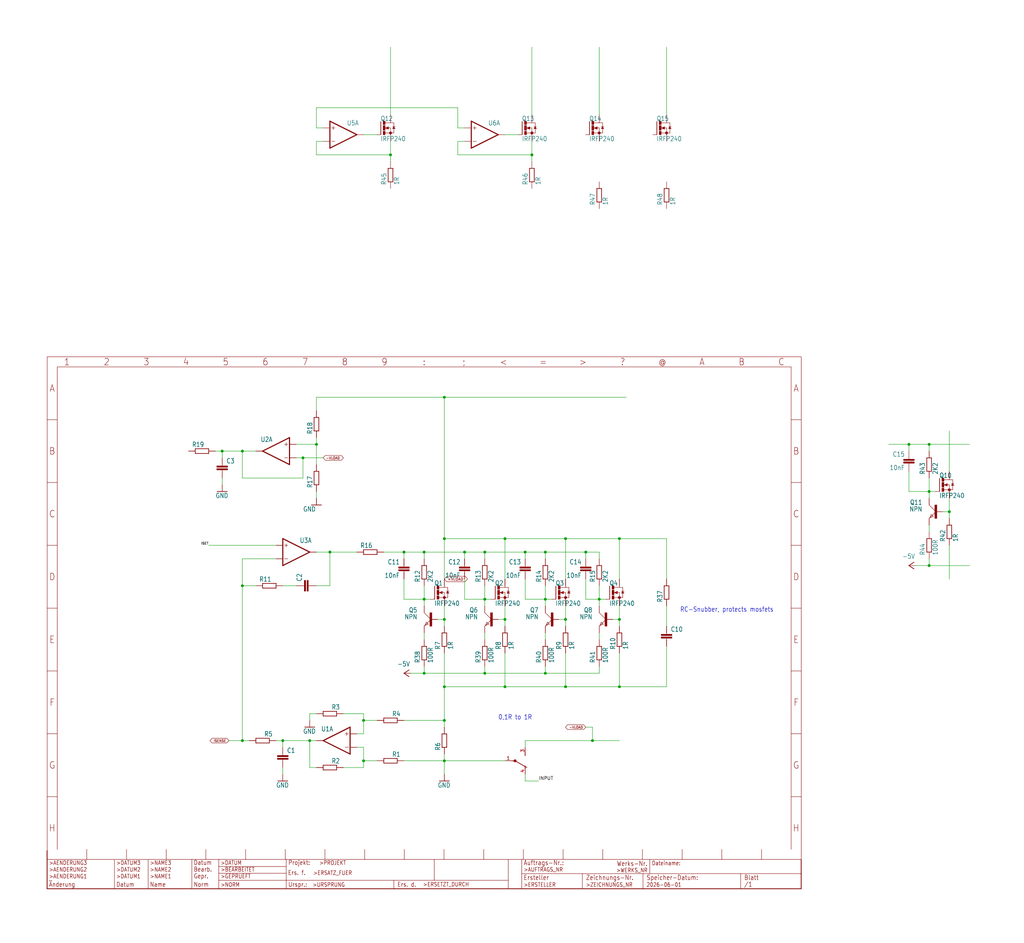
<source format=kicad_sch>
(kicad_sch (version 20230121) (generator eeschema)
  (paper "User" 386.309 355.829)
  (lib_symbols
    (symbol "DC Electronic Load-eagle-import:-5V" (power)
      (property "Value" "-5V" (at -2.54 -2.54 90))
      (symbol "-5V_1_0"
        (pin power_in line (at 0 2.54 270) (length 2.54) (name "-5V") (number "1"))
      )
    )
    (symbol "DC Electronic Load-eagle-import:AD8628"
      (property "Reference" "U" (at 1.27 0 0))
      (symbol "AD8628_1_0"
        (pin bidirectional line (at -7.62 -2.54 0) (length 2.54) (name "IN-") (number "2"))
        (pin bidirectional line (at -7.62 2.54 0) (length 2.54) (name "IN+") (number "3"))
        (pin bidirectional line (at 7.62 0 180) (length 2.54) (name "OUT") (number "6"))
      )
      (symbol "AD8628_2_0"
        (text "V+" (at 0 1.524 0) (effects (font (size 1.27 1.0795))))
        (text "V-" (at 0 -1.524 0) (effects (font (size 1.27 1.0795))))
        (pin bidirectional line (at 0 -5.08 90) (length 2.54) (name "V-") (number "4"))
        (pin bidirectional line (at 0 5.08 270) (length 2.54) (name "V+") (number "7"))
      )
    )
    (symbol "DC Electronic Load-eagle-import:AZ8-FORM-C"
      (symbol "AZ8-FORM-C_1_0"
        (pin passive line (at 0 5.08 270) (length 2.54) (name "1") (number "2"))
        (pin passive line (at 0 -5.08 90) (length 2.54) (name "2") (number "5"))
      )
      (symbol "AZ8-FORM-C_2_0"
        (pin passive line (at 0 -2.54 90) (length 2.54) (name "P") (number "1"))
        (pin passive line (at -5.08 5.08 0) (length 2.54) (name "S") (number "3"))
        (pin passive line (at 5.08 5.08 180) (length 2.54) (name "O") (number "4"))
      )
    )
    (symbol "DC Electronic Load-eagle-import:C-EUC1206"
      (property "Reference" "C" (at 1.524 0.381 0))
      (symbol "C-EUC1206_1_0"
        (pin passive line (at 0 2.54 270) (length 2.54) (name "1") (number "1"))
        (pin passive line (at 0 -5.08 90) (length 2.54) (name "2") (number "2"))
      )
    )
    (symbol "DC Electronic Load-eagle-import:GND" (power)
      (property "Value" "GND" (at -2.54 -2.54 0))
      (symbol "GND_1_0"
        (pin power_in line (at 0 2.54 270) (length 2.54) (name "GND") (number "1"))
      )
    )
    (symbol "DC Electronic Load-eagle-import:IRFP240"
      (property "Reference" "Q" (at 6.35 2.54 0))
      (symbol "IRFP240_1_0"
        (pin passive line (at 2.54 5.08 270) (length 2.54) (name "D") (number "D"))
        (pin passive line (at -2.54 -2.54 0) (length 0) (name "G") (number "G"))
        (pin passive line (at 2.54 -5.08 90) (length 2.54) (name "S") (number "S"))
      )
    )
    (symbol "DC Electronic Load-eagle-import:NPN"
      (property "Reference" "Q" (at 5.08 2.54 0))
      (symbol "NPN_1_0"
        (pin bidirectional line (at -2.54 0 0) (length 2.54) (name "B") (number "1"))
        (pin passive line (at 2.54 -5.08 90) (length 2.54) (name "E") (number "2"))
        (pin passive line (at 2.54 5.08 270) (length 2.54) (name "C") (number "3"))
      )
    )
    (symbol "DC Electronic Load-eagle-import:R-EU_R1206"
      (property "Reference" "R" (at -3.81 1.4986 0))
      (symbol "R-EU_R1206_1_0"
        (pin passive line (at -5.08 0 0) (length 2.54) (name "1") (number "1"))
        (pin passive line (at 5.08 0 180) (length 2.54) (name "2") (number "2"))
      )
    )
    (symbol "DC Electronic Load-eagle-import:RAHMEN_A4_8Z-19S"
      (symbol "RAHMEN_A4_8Z-19S_1_0"
        (text "${#}/${##}" (at 262.89 0.635 0) (effects (font (size 1.778 1.5113)) (justify left bottom)))
        (text "${CURRENT_DATE}" (at 226.06 0.635 0) (effects (font (size 1.524 1.2954)) (justify left bottom)))
        (text "${PROJECTNAME}" (at 228.092 6.35 0) (effects (font (size 1.524 1.2954)) (justify left bottom)))
        (text "1" (at 7.4863 198.755 0) (effects (font (size 2.54 2.286))))
        (text "2" (at 22.4589 198.755 0) (effects (font (size 2.54 2.286))))
        (text "3" (at 37.4316 198.755 0) (effects (font (size 2.54 2.286))))
        (text "4" (at 52.4042 198.755 0) (effects (font (size 2.54 2.286))))
        (text "5" (at 67.3768 198.755 0) (effects (font (size 2.54 2.286))))
        (text "6" (at 82.3495 198.755 0) (effects (font (size 2.54 2.286))))
        (text "7" (at 97.3221 198.755 0) (effects (font (size 2.54 2.286))))
        (text "8" (at 112.2947 198.755 0) (effects (font (size 2.54 2.286))))
        (text "9" (at 127.2674 198.755 0) (effects (font (size 2.54 2.286))))
        (text ":" (at 142.24 198.755 0) (effects (font (size 2.54 2.286))))
        (text ";" (at 157.2126 198.755 0) (effects (font (size 2.54 2.286))))
        (text "<" (at 172.1853 198.755 0) (effects (font (size 2.54 2.286))))
        (text "=" (at 187.1579 198.755 0) (effects (font (size 2.54 2.286))))
        (text ">" (at 202.1305 198.755 0) (effects (font (size 2.54 2.286))))
        (text ">AENDERUNG1" (at 0.635 3.81 0) (effects (font (size 1.524 1.2954)) (justify left bottom)))
        (text ">AENDERUNG2" (at 0.635 6.35 0) (effects (font (size 1.524 1.2954)) (justify left bottom)))
        (text ">AENDERUNG3" (at 0.635 8.89 0) (effects (font (size 1.524 1.2954)) (justify left bottom)))
        (text ">AUFTRAGS_NR" (at 179.705 6.35 0) (effects (font (size 1.524 1.2954)) (justify left bottom)))
        (text ">BEARBEITET" (at 65.405 6.35 0) (effects (font (size 1.524 1.2954)) (justify left bottom)))
        (text ">DATUM" (at 65.405 8.89 0) (effects (font (size 1.524 1.2954)) (justify left bottom)))
        (text ">DATUM1" (at 26.035 3.81 0) (effects (font (size 1.524 1.2954)) (justify left bottom)))
        (text ">DATUM2" (at 26.035 6.35 0) (effects (font (size 1.524 1.2954)) (justify left bottom)))
        (text ">DATUM3" (at 26.035 8.89 0) (effects (font (size 1.524 1.2954)) (justify left bottom)))
        (text ">ERSATZ_FUER" (at 100.33 5.08 0) (effects (font (size 1.524 1.2954)) (justify left bottom)))
        (text ">ERSETZT_DURCH" (at 141.732 0.762 0) (effects (font (size 1.524 1.2954)) (justify left bottom)))
        (text ">ERSTELLER" (at 179.705 0.635 0) (effects (font (size 1.524 1.2954)) (justify left bottom)))
        (text ">GEPRUEFT" (at 65.405 3.81 0) (effects (font (size 1.524 1.2954)) (justify left bottom)))
        (text ">NAME1" (at 38.735 3.81 0) (effects (font (size 1.524 1.2954)) (justify left bottom)))
        (text ">NAME2" (at 38.735 6.35 0) (effects (font (size 1.524 1.2954)) (justify left bottom)))
        (text ">NAME3" (at 38.735 8.89 0) (effects (font (size 1.524 1.2954)) (justify left bottom)))
        (text ">NORM" (at 65.405 0.635 0) (effects (font (size 1.524 1.2954)) (justify left bottom)))
        (text ">PROJEKT" (at 102.616 8.89 0) (effects (font (size 1.524 1.2954)) (justify left bottom)))
        (text ">URSPRUNG" (at 100.076 0.635 0) (effects (font (size 1.524 1.2954)) (justify left bottom)))
        (text ">WERKS_NR" (at 226.568 7.874 0) (effects (font (size 1.524 1.2954)) (justify right top)))
        (text ">ZEICHNUNGS_NR" (at 203.2 0.635 0) (effects (font (size 1.524 1.2954)) (justify left bottom)))
        (text "?" (at 217.1032 198.755 0) (effects (font (size 2.54 2.286))))
        (text "@" (at 232.0758 198.755 0) (effects (font (size 2.54 2.286))))
        (text "A" (at 1.905 188.8093 0) (effects (font (size 2.54 2.286))))
        (text "A" (at 247.0484 198.755 0) (effects (font (size 2.54 2.286))))
        (text "A" (at 282.575 188.8093 0) (effects (font (size 2.54 2.286))))
        (text "Auftrags-Nr.:" (at 179.705 8.763 0) (effects (font (size 1.778 1.5113)) (justify left bottom)))
        (text "B" (at 1.905 165.1079 0) (effects (font (size 2.54 2.286))))
        (text "B" (at 262.0211 198.755 0) (effects (font (size 2.54 2.286))))
        (text "B" (at 282.575 165.1079 0) (effects (font (size 2.54 2.286))))
        (text "Bearb." (at 55.245 6.35 0) (effects (font (size 1.6764 1.4249)) (justify left bottom)))
        (text "Blatt" (at 262.89 3.175 0) (effects (font (size 1.778 1.5113)) (justify left bottom)))
        (text "C" (at 1.905 141.4066 0) (effects (font (size 2.54 2.286))))
        (text "C" (at 276.9937 198.755 0) (effects (font (size 2.54 2.286))))
        (text "C" (at 282.575 141.4066 0) (effects (font (size 2.54 2.286))))
        (text "D" (at 1.905 117.7052 0) (effects (font (size 2.54 2.286))))
        (text "D" (at 282.575 117.7052 0) (effects (font (size 2.54 2.286))))
        (text "Dateiname:" (at 228.092 8.763 0) (effects (font (size 1.524 1.2954)) (justify left bottom)))
        (text "Datum" (at 26.035 0.635 0) (effects (font (size 1.6764 1.4249)) (justify left bottom)))
        (text "Datum" (at 55.245 8.89 0) (effects (font (size 1.6764 1.4249)) (justify left bottom)))
        (text "E" (at 1.905 94.0038 0) (effects (font (size 2.54 2.286))))
        (text "E" (at 282.575 94.0038 0) (effects (font (size 2.54 2.286))))
        (text "Ers. d." (at 132.08 0.635 0) (effects (font (size 1.6764 1.4249)) (justify left bottom)))
        (text "Ers. f." (at 90.805 5.08 0) (effects (font (size 1.6764 1.4249)) (justify left bottom)))
        (text "Ersteller" (at 179.705 3.175 0) (effects (font (size 1.778 1.5113)) (justify left bottom)))
        (text "F" (at 1.905 70.3024 0) (effects (font (size 2.54 2.286))))
        (text "F" (at 282.575 70.3024 0) (effects (font (size 2.54 2.286))))
        (text "G" (at 1.905 46.6011 0) (effects (font (size 2.54 2.286))))
        (text "G" (at 282.575 46.6011 0) (effects (font (size 2.54 2.286))))
        (text "Gepr." (at 55.245 3.81 0) (effects (font (size 1.6764 1.4249)) (justify left bottom)))
        (text "H" (at 1.905 22.8997 0) (effects (font (size 2.54 2.286))))
        (text "H" (at 282.575 22.8997 0) (effects (font (size 2.54 2.286))))
        (text "Name" (at 38.735 0.635 0) (effects (font (size 1.6764 1.4249)) (justify left bottom)))
        (text "Norm" (at 55.245 0.635 0) (effects (font (size 1.6764 1.4249)) (justify left bottom)))
        (text "Projekt:" (at 90.932 8.89 0) (effects (font (size 1.6764 1.4249)) (justify left bottom)))
        (text "Speicher-Datum:" (at 226.06 3.175 0) (effects (font (size 1.778 1.5113)) (justify left bottom)))
        (text "Urspr.:" (at 90.932 0.635 0) (effects (font (size 1.6764 1.4249)) (justify left bottom)))
        (text "Werks-Nr." (at 226.568 10.541 0) (effects (font (size 1.778 1.5113)) (justify right top)))
        (text "Zeichnungs-Nr." (at 203.2 3.175 0) (effects (font (size 1.778 1.5113)) (justify left bottom)))
        (text "Änderung" (at 0.635 0.635 0) (effects (font (size 1.6764 1.4249)) (justify left bottom)))
      )
    )
    (symbol "DC Electronic Load-eagle-import:resistor_R-EU_VTA53"
      (property "Reference" "R" (at -3.81 1.4986 0))
      (symbol "resistor_R-EU_VTA53_1_0"
        (pin passive line (at -5.08 0 0) (length 2.54) (name "1") (number "1"))
        (pin passive line (at 5.08 0 180) (length 2.54) (name "2") (number "2"))
      )
    )
  )
  (junction (at 137.16 271.78))
  (junction (at 91.44 279.4))
  (junction (at 213.36 203.2))
  (junction (at 350.52 185.42))
  (junction (at 91.44 170.18))
  (junction (at 116.84 279.4))
  (junction (at 358.14 193.04))
  (junction (at 167.64 271.78))
  (junction (at 106.68 279.4))
  (junction (at 190.5 203.2))
  (junction (at 91.44 220.98))
  (junction (at 350.52 213.36))
  (junction (at 223.52 279.4))
  (junction (at 160.02 226.06))
  (junction (at 83.82 170.18))
  (junction (at 119.38 167.64))
  (junction (at 167.64 259.08))
  (junction (at 190.5 233.68))
  (junction (at 205.74 226.06))
  (junction (at 147.32 58.42))
  (junction (at 182.88 208.28))
  (junction (at 190.5 259.08))
  (junction (at 342.9 167.64))
  (junction (at 205.74 208.28))
  (junction (at 233.68 259.08))
  (junction (at 175.26 208.28))
  (junction (at 213.36 259.08))
  (junction (at 200.66 58.42))
  (junction (at 213.36 233.68))
  (junction (at 160.02 254))
  (junction (at 350.52 167.64))
  (junction (at 152.4 208.28))
  (junction (at 182.88 254))
  (junction (at 182.88 226.06))
  (junction (at 205.74 254))
  (junction (at 167.64 149.86))
  (junction (at 233.68 233.68))
  (junction (at 137.16 287.02))
  (junction (at 114.3 172.72))
  (junction (at 167.64 203.2))
  (junction (at 124.46 208.28))
  (junction (at 233.68 203.2))
  (junction (at 160.02 208.28))
  (junction (at 220.98 208.28))
  (junction (at 198.12 208.28))
  (junction (at 167.64 233.68))
  (junction (at 167.64 287.02))
  (junction (at 226.06 226.06))
  (wire (pts (xy 114.3 172.72) (xy 114.3 180.34)) (stroke (width 0.1524)))
  (wire (pts (xy 190.5 203.2) (xy 213.36 203.2)) (stroke (width 0.1524)))
  (wire (pts (xy 167.64 259.08) (xy 167.64 271.78)) (stroke (width 0.1524)))
  (wire (pts (xy 119.38 40.64) (xy 172.72 40.64)) (stroke (width 0.1524)))
  (wire (pts (xy 190.5 259.08) (xy 190.5 246.38)) (stroke (width 0.1524)))
  (wire (pts (xy 226.06 43.18) (xy 226.06 17.78)) (stroke (width 0.1524)))
  (wire (pts (xy 205.74 228.6) (xy 205.74 226.06)) (stroke (width 0.1524)))
  (wire (pts (xy 190.5 287.02) (xy 167.64 287.02)) (stroke (width 0.1524)))
  (wire (pts (xy 137.16 50.8) (xy 142.24 50.8)) (stroke (width 0.1524)))
  (wire (pts (xy 350.52 213.36) (xy 365.76 213.36)) (stroke (width 0.1524)))
  (wire (pts (xy 119.38 58.42) (xy 147.32 58.42)) (stroke (width 0.1524)))
  (wire (pts (xy 358.14 177.8) (xy 358.14 162.56)) (stroke (width 0.1524)))
  (wire (pts (xy 251.46 43.18) (xy 251.46 17.78)) (stroke (width 0.1524)))
  (wire (pts (xy 231.14 233.68) (xy 233.68 233.68)) (stroke (width 0.1524)))
  (wire (pts (xy 190.5 203.2) (xy 190.5 218.44)) (stroke (width 0.1524)))
  (wire (pts (xy 167.64 203.2) (xy 167.64 149.86)) (stroke (width 0.1524)))
  (wire (pts (xy 233.68 259.08) (xy 233.68 246.38)) (stroke (width 0.1524)))
  (wire (pts (xy 160.02 226.06) (xy 162.56 226.06)) (stroke (width 0.1524)))
  (wire (pts (xy 172.72 53.34) (xy 172.72 58.42)) (stroke (width 0.1524)))
  (wire (pts (xy 251.46 243.84) (xy 251.46 259.08)) (stroke (width 0.1524)))
  (wire (pts (xy 137.16 271.78) (xy 137.16 276.86)) (stroke (width 0.1524)))
  (wire (pts (xy 233.68 203.2) (xy 251.46 203.2)) (stroke (width 0.1524)))
  (wire (pts (xy 175.26 208.28) (xy 175.26 210.82)) (stroke (width 0.1524)))
  (wire (pts (xy 154.94 254) (xy 160.02 254)) (stroke (width 0.1524)))
  (wire (pts (xy 167.64 149.86) (xy 236.22 149.86)) (stroke (width 0.1524)))
  (wire (pts (xy 220.98 208.28) (xy 226.06 208.28)) (stroke (width 0.1524)))
  (wire (pts (xy 119.38 149.86) (xy 119.38 154.94)) (stroke (width 0.1524)))
  (wire (pts (xy 350.52 170.18) (xy 350.52 167.64)) (stroke (width 0.1524)))
  (wire (pts (xy 144.78 208.28) (xy 152.4 208.28)) (stroke (width 0.1524)))
  (wire (pts (xy 350.52 167.64) (xy 365.76 167.64)) (stroke (width 0.1524)))
  (wire (pts (xy 160.02 254) (xy 182.88 254)) (stroke (width 0.1524)))
  (wire (pts (xy 251.46 203.2) (xy 251.46 218.44)) (stroke (width 0.1524)))
  (wire (pts (xy 160.02 241.3) (xy 160.02 238.76)) (stroke (width 0.1524)))
  (wire (pts (xy 350.52 180.34) (xy 350.52 185.42)) (stroke (width 0.1524)))
  (wire (pts (xy 137.16 287.02) (xy 137.16 281.94)) (stroke (width 0.1524)))
  (wire (pts (xy 124.46 208.28) (xy 119.38 208.28)) (stroke (width 0.1524)))
  (wire (pts (xy 205.74 241.3) (xy 205.74 238.76)) (stroke (width 0.1524)))
  (wire (pts (xy 345.44 213.36) (xy 350.52 213.36)) (stroke (width 0.1524)))
  (wire (pts (xy 119.38 53.34) (xy 119.38 58.42)) (stroke (width 0.1524)))
  (wire (pts (xy 167.64 287.02) (xy 152.4 287.02)) (stroke (width 0.1524)))
  (wire (pts (xy 116.84 271.78) (xy 116.84 269.24)) (stroke (width 0.1524)))
  (wire (pts (xy 182.88 228.6) (xy 182.88 226.06)) (stroke (width 0.1524)))
  (wire (pts (xy 147.32 60.96) (xy 147.32 58.42)) (stroke (width 0.1524)))
  (wire (pts (xy 121.92 53.34) (xy 119.38 53.34)) (stroke (width 0.1524)))
  (wire (pts (xy 142.24 287.02) (xy 137.16 287.02)) (stroke (width 0.1524)))
  (wire (pts (xy 198.12 210.82) (xy 198.12 208.28)) (stroke (width 0.1524)))
  (wire (pts (xy 167.64 233.68) (xy 167.64 228.6)) (stroke (width 0.1524)))
  (wire (pts (xy 129.54 269.24) (xy 137.16 269.24)) (stroke (width 0.1524)))
  (wire (pts (xy 190.5 236.22) (xy 190.5 233.68)) (stroke (width 0.1524)))
  (wire (pts (xy 152.4 208.28) (xy 160.02 208.28)) (stroke (width 0.1524)))
  (wire (pts (xy 175.26 53.34) (xy 172.72 53.34)) (stroke (width 0.1524)))
  (wire (pts (xy 167.64 284.48) (xy 167.64 287.02)) (stroke (width 0.1524)))
  (wire (pts (xy 119.38 220.98) (xy 124.46 220.98)) (stroke (width 0.1524)))
  (wire (pts (xy 167.64 203.2) (xy 190.5 203.2)) (stroke (width 0.1524)))
  (wire (pts (xy 129.54 289.56) (xy 137.16 289.56)) (stroke (width 0.1524)))
  (wire (pts (xy 167.64 271.78) (xy 152.4 271.78)) (stroke (width 0.1524)))
  (wire (pts (xy 226.06 228.6) (xy 226.06 226.06)) (stroke (width 0.1524)))
  (wire (pts (xy 152.4 226.06) (xy 160.02 226.06)) (stroke (width 0.1524)))
  (wire (pts (xy 152.4 218.44) (xy 152.4 226.06)) (stroke (width 0.1524)))
  (wire (pts (xy 91.44 180.34) (xy 114.3 180.34)) (stroke (width 0.1524)))
  (wire (pts (xy 358.14 195.58) (xy 358.14 193.04)) (stroke (width 0.1524)))
  (wire (pts (xy 213.36 203.2) (xy 233.68 203.2)) (stroke (width 0.1524)))
  (wire (pts (xy 205.74 254) (xy 226.06 254)) (stroke (width 0.1524)))
  (wire (pts (xy 106.68 279.4) (xy 116.84 279.4)) (stroke (width 0.1524)))
  (wire (pts (xy 190.5 259.08) (xy 167.64 259.08)) (stroke (width 0.1524)))
  (wire (pts (xy 182.88 254) (xy 205.74 254)) (stroke (width 0.1524)))
  (wire (pts (xy 342.9 167.64) (xy 350.52 167.64)) (stroke (width 0.1524)))
  (wire (pts (xy 226.06 226.06) (xy 228.6 226.06)) (stroke (width 0.1524)))
  (wire (pts (xy 213.36 236.22) (xy 213.36 233.68)) (stroke (width 0.1524)))
  (wire (pts (xy 83.82 170.18) (xy 91.44 170.18)) (stroke (width 0.1524)))
  (wire (pts (xy 226.06 254) (xy 226.06 251.46)) (stroke (width 0.1524)))
  (wire (pts (xy 116.84 279.4) (xy 116.84 289.56)) (stroke (width 0.1524)))
  (wire (pts (xy 134.62 276.86) (xy 137.16 276.86)) (stroke (width 0.1524)))
  (wire (pts (xy 358.14 193.04) (xy 358.14 187.96)) (stroke (width 0.1524)))
  (wire (pts (xy 119.38 165.1) (xy 119.38 167.64)) (stroke (width 0.1524)))
  (wire (pts (xy 200.66 43.18) (xy 200.66 17.78)) (stroke (width 0.1524)))
  (wire (pts (xy 251.46 228.6) (xy 251.46 236.22)) (stroke (width 0.1524)))
  (wire (pts (xy 81.28 170.18) (xy 83.82 170.18)) (stroke (width 0.1524)))
  (wire (pts (xy 111.76 167.64) (xy 119.38 167.64)) (stroke (width 0.1524)))
  (wire (pts (xy 198.12 279.4) (xy 223.52 279.4)) (stroke (width 0.1524)))
  (wire (pts (xy 165.1 233.68) (xy 167.64 233.68)) (stroke (width 0.1524)))
  (wire (pts (xy 160.02 220.98) (xy 160.02 226.06)) (stroke (width 0.1524)))
  (wire (pts (xy 200.66 58.42) (xy 200.66 60.96)) (stroke (width 0.1524)))
  (wire (pts (xy 190.5 50.8) (xy 195.58 50.8)) (stroke (width 0.1524)))
  (wire (pts (xy 198.12 218.44) (xy 198.12 226.06)) (stroke (width 0.1524)))
  (wire (pts (xy 96.52 220.98) (xy 91.44 220.98)) (stroke (width 0.1524)))
  (wire (pts (xy 167.64 149.86) (xy 119.38 149.86)) (stroke (width 0.1524)))
  (wire (pts (xy 96.52 170.18) (xy 91.44 170.18)) (stroke (width 0.1524)))
  (wire (pts (xy 342.9 185.42) (xy 350.52 185.42)) (stroke (width 0.1524)))
  (wire (pts (xy 119.38 279.4) (xy 116.84 279.4)) (stroke (width 0.1524)))
  (wire (pts (xy 198.12 226.06) (xy 205.74 226.06)) (stroke (width 0.1524)))
  (wire (pts (xy 233.68 236.22) (xy 233.68 233.68)) (stroke (width 0.1524)))
  (wire (pts (xy 175.26 218.44) (xy 175.26 226.06)) (stroke (width 0.1524)))
  (wire (pts (xy 167.64 246.38) (xy 167.64 259.08)) (stroke (width 0.1524)))
  (wire (pts (xy 182.88 220.98) (xy 182.88 226.06)) (stroke (width 0.1524)))
  (wire (pts (xy 350.52 210.82) (xy 350.52 213.36)) (stroke (width 0.1524)))
  (wire (pts (xy 134.62 208.28) (xy 124.46 208.28)) (stroke (width 0.1524)))
  (wire (pts (xy 205.74 208.28) (xy 220.98 208.28)) (stroke (width 0.1524)))
  (wire (pts (xy 220.98 210.82) (xy 220.98 208.28)) (stroke (width 0.1524)))
  (wire (pts (xy 147.32 58.42) (xy 147.32 53.34)) (stroke (width 0.1524)))
  (wire (pts (xy 91.44 170.18) (xy 91.44 180.34)) (stroke (width 0.1524)))
  (wire (pts (xy 106.68 281.94) (xy 106.68 279.4)) (stroke (width 0.1524)))
  (wire (pts (xy 205.74 254) (xy 205.74 251.46)) (stroke (width 0.1524)))
  (wire (pts (xy 342.9 170.18) (xy 342.9 167.64)) (stroke (width 0.1524)))
  (wire (pts (xy 350.52 200.66) (xy 350.52 198.12)) (stroke (width 0.1524)))
  (wire (pts (xy 210.82 233.68) (xy 213.36 233.68)) (stroke (width 0.1524)))
  (wire (pts (xy 167.64 236.22) (xy 167.64 233.68)) (stroke (width 0.1524)))
  (wire (pts (xy 137.16 281.94) (xy 134.62 281.94)) (stroke (width 0.1524)))
  (wire (pts (xy 83.82 172.72) (xy 83.82 170.18)) (stroke (width 0.1524)))
  (wire (pts (xy 137.16 269.24) (xy 137.16 271.78)) (stroke (width 0.1524)))
  (wire (pts (xy 233.68 233.68) (xy 233.68 228.6)) (stroke (width 0.1524)))
  (wire (pts (xy 182.88 251.46) (xy 182.88 254)) (stroke (width 0.1524)))
  (wire (pts (xy 111.76 172.72) (xy 114.3 172.72)) (stroke (width 0.1524)))
  (wire (pts (xy 137.16 289.56) (xy 137.16 287.02)) (stroke (width 0.1524)))
  (wire (pts (xy 124.46 220.98) (xy 124.46 208.28)) (stroke (width 0.1524)))
  (wire (pts (xy 175.26 226.06) (xy 182.88 226.06)) (stroke (width 0.1524)))
  (wire (pts (xy 167.64 292.1) (xy 167.64 287.02)) (stroke (width 0.1524)))
  (wire (pts (xy 160.02 208.28) (xy 175.26 208.28)) (stroke (width 0.1524)))
  (wire (pts (xy 213.36 203.2) (xy 213.36 218.44)) (stroke (width 0.1524)))
  (wire (pts (xy 213.36 259.08) (xy 233.68 259.08)) (stroke (width 0.1524)))
  (wire (pts (xy 220.98 226.06) (xy 226.06 226.06)) (stroke (width 0.1524)))
  (wire (pts (xy 358.14 205.74) (xy 358.14 218.44)) (stroke (width 0.1524)))
  (wire (pts (xy 190.5 259.08) (xy 213.36 259.08)) (stroke (width 0.1524)))
  (wire (pts (xy 104.14 279.4) (xy 106.68 279.4)) (stroke (width 0.1524)))
  (wire (pts (xy 152.4 210.82) (xy 152.4 208.28)) (stroke (width 0.1524)))
  (wire (pts (xy 226.06 241.3) (xy 226.06 238.76)) (stroke (width 0.1524)))
  (wire (pts (xy 223.52 279.4) (xy 233.68 279.4)) (stroke (width 0.1524)))
  (wire (pts (xy 182.88 208.28) (xy 182.88 210.82)) (stroke (width 0.1524)))
  (wire (pts (xy 205.74 220.98) (xy 205.74 226.06)) (stroke (width 0.1524)))
  (wire (pts (xy 350.52 187.96) (xy 350.52 185.42)) (stroke (width 0.1524)))
  (wire (pts (xy 198.12 281.94) (xy 198.12 279.4)) (stroke (width 0.1524)))
  (wire (pts (xy 172.72 40.64) (xy 172.72 48.26)) (stroke (width 0.1524)))
  (wire (pts (xy 335.28 167.64) (xy 342.9 167.64)) (stroke (width 0.1524)))
  (wire (pts (xy 91.44 220.98) (xy 91.44 210.82)) (stroke (width 0.1524)))
  (wire (pts (xy 342.9 177.8) (xy 342.9 185.42)) (stroke (width 0.1524)))
  (wire (pts (xy 119.38 167.64) (xy 119.38 175.26)) (stroke (width 0.1524)))
  (wire (pts (xy 205.74 226.06) (xy 208.28 226.06)) (stroke (width 0.1524)))
  (wire (pts (xy 350.52 185.42) (xy 353.06 185.42)) (stroke (width 0.1524)))
  (wire (pts (xy 106.68 292.1) (xy 106.68 289.56)) (stroke (width 0.1524)))
  (wire (pts (xy 116.84 269.24) (xy 119.38 269.24)) (stroke (width 0.1524)))
  (wire (pts (xy 226.06 220.98) (xy 226.06 226.06)) (stroke (width 0.1524)))
  (wire (pts (xy 213.36 259.08) (xy 213.36 246.38)) (stroke (width 0.1524)))
  (wire (pts (xy 167.64 218.44) (xy 167.64 203.2)) (stroke (width 0.1524)))
  (wire (pts (xy 160.02 210.82) (xy 160.02 208.28)) (stroke (width 0.1524)))
  (wire (pts (xy 121.92 48.26) (xy 119.38 48.26)) (stroke (width 0.1524)))
  (wire (pts (xy 119.38 187.96) (xy 119.38 185.42)) (stroke (width 0.1524)))
  (wire (pts (xy 160.02 251.46) (xy 160.02 254)) (stroke (width 0.1524)))
  (wire (pts (xy 160.02 228.6) (xy 160.02 226.06)) (stroke (width 0.1524)))
  (wire (pts (xy 147.32 43.18) (xy 147.32 17.78)) (stroke (width 0.1524)))
  (wire (pts (xy 251.46 259.08) (xy 233.68 259.08)) (stroke (width 0.1524)))
  (wire (pts (xy 198.12 208.28) (xy 205.74 208.28)) (stroke (width 0.1524)))
  (wire (pts (xy 182.88 226.06) (xy 185.42 226.06)) (stroke (width 0.1524)))
  (wire (pts (xy 198.12 294.64) (xy 203.2 294.64)) (stroke (width 0.1524)))
  (wire (pts (xy 119.38 48.26) (xy 119.38 40.64)) (stroke (width 0.1524)))
  (wire (pts (xy 198.12 292.1) (xy 198.12 294.64)) (stroke (width 0.1524)))
  (wire (pts (xy 167.64 274.32) (xy 167.64 271.78)) (stroke (width 0.1524)))
  (wire (pts (xy 182.88 208.28) (xy 198.12 208.28)) (stroke (width 0.1524)))
  (wire (pts (xy 190.5 233.68) (xy 190.5 228.6)) (stroke (width 0.1524)))
  (wire (pts (xy 106.68 220.98) (xy 111.76 220.98)) (stroke (width 0.1524)))
  (wire (pts (xy 91.44 210.82) (xy 104.14 210.82)) (stroke (width 0.1524)))
  (wire (pts (xy 142.24 271.78) (xy 137.16 271.78)) (stroke (width 0.1524)))
  (wire (pts (xy 223.52 274.32) (xy 223.52 279.4)) (stroke (width 0.1524)))
  (wire (pts (xy 104.14 205.74) (xy 78.74 205.74)) (stroke (width 0.1524)))
  (wire (pts (xy 91.44 279.4) (xy 86.36 279.4)) (stroke (width 0.1524)))
  (wire (pts (xy 220.98 274.32) (xy 223.52 274.32)) (stroke (width 0.1524)))
  (wire (pts (xy 93.98 279.4) (xy 91.44 279.4)) (stroke (width 0.1524)))
  (wire (pts (xy 172.72 48.26) (xy 175.26 48.26)) (stroke (width 0.1524)))
  (wire (pts (xy 182.88 241.3) (xy 182.88 238.76)) (stroke (width 0.1524)))
  (wire (pts (xy 226.06 208.28) (xy 226.06 210.82)) (stroke (width 0.1524)))
  (wire (pts (xy 91.44 279.4) (xy 91.44 220.98)) (stroke (width 0.1524)))
  (wire (pts (xy 205.74 208.28) (xy 205.74 210.82)) (stroke (width 0.1524)))
  (wire (pts (xy 116.84 289.56) (xy 119.38 289.56)) (stroke (width 0.1524)))
  (wire (pts (xy 355.6 193.04) (xy 358.14 193.04)) (stroke (width 0.1524)))
  (wire (pts (xy 213.36 233.68) (xy 213.36 228.6)) (stroke (width 0.1524)))
  (wire (pts (xy 172.72 58.42) (xy 200.66 58.42)) (stroke (width 0.1524)))
  (wire (pts (xy 114.3 172.72) (xy 121.92 172.72)) (stroke (width 0.1524)))
  (wire (pts (xy 175.26 208.28) (xy 182.88 208.28)) (stroke (width 0.1524)))
  (wire (pts (xy 187.96 233.68) (xy 190.5 233.68)) (stroke (width 0.1524)))
  (wire (pts (xy 233.68 203.2) (xy 233.68 218.44)) (stroke (width 0.1524)))
  (wire (pts (xy 220.98 218.44) (xy 220.98 226.06)) (stroke (width 0.1524)))
  (wire (pts (xy 200.66 53.34) (xy 200.66 58.42)) (stroke (width 0.1524)))
  (wire (pts (xy 83.82 182.88) (xy 83.82 180.34)) (stroke (width 0.1524)))
  (text "0,1R to 1R" (at 187.96 271.78 0) (effects (font (size 1.778 1.5113)) (justify left bottom)))
  (text "RC-Snubber, protects mosfets" (at 256.54 231.14 0) (effects (font (size 1.778 1.5113)) (justify left bottom)))
  (label "ISET" (at 78.74 205.74 180) (effects (font (size 0.889 0.889))))
  (label "INPUT" (at 203.2 294.64 0) (effects (font (size 1.2446 1.2446))))
  (global_label "ISENSE" (shape bidirectional) (at 86.36 279.4 180) (effects (font (size 0.889 0.889))) (property "Intersheetrefs" "${INTERSHEET_REFS}" (effects hide)))
  (global_label "-VLOAD" (shape bidirectional) (at 220.98 274.32 180) (effects (font (size 0.889 0.889))) (property "Intersheetrefs" "${INTERSHEET_REFS}" (effects hide)))
  (global_label "-VLOAD" (shape bidirectional) (at 121.92 172.72 0) (effects (font (size 0.889 0.889))) (property "Intersheetrefs" "${INTERSHEET_REFS}" (effects hide)))
  (global_label "+VLOAD" (shape bidirectional) (at 167.64 218.44 0) (effects (font (size 1.016 1.016))) (property "Intersheetrefs" "${INTERSHEET_REFS}" (effects hide)))
  (symbol (lib_id "DC Electronic Load-eagle-import:AD8628") (at 104.14 170.18 0) (mirror y) (unit 1)
    (property "Reference" "U2" (at 102.87 166.751 0) (effects (font (size 1.778 1.5113)) (justify left bottom)))
    (property "Value" "AD8628" (effects hide))
    (property "Footprint" "DC Electronic Load:SOIC-8" (effects hide))
  )
  (symbol (lib_id "DC Electronic Load-eagle-import:IRFP240") (at 248.92 48.26 0) (unit 1)
    (property "Reference" "Q15" (at 247.65 45.72 0) (effects (font (size 1.778 1.5113)) (justify left bottom)))
    (property "Value" "IRFP240" (at 247.65 53.34 0) (effects (font (size 1.778 1.5113)) (justify left bottom)))
    (property "Footprint" "DC Electronic Load:TO247BV" (effects hide))
  )
  (symbol (lib_id "DC Electronic Load-eagle-import:-5V") (at 152.4 254 270) (unit 1)
    (property "Reference" "#P-1" (effects hide))
    (property "Value" "-5V" (at 149.86 251.46 90) (effects (font (size 1.778 1.5113)) (justify left bottom)))
  )
  (symbol (lib_id "DC Electronic Load-eagle-import:C-EUC1206") (at 152.4 213.36 0) (mirror y) (unit 1)
    (property "Reference" "C11" (at 150.876 212.979 0) (effects (font (size 1.778 1.5113)) (justify left bottom)))
    (property "Value" "10nF" (at 150.876 218.059 0) (effects (font (size 1.778 1.5113)) (justify left bottom)))
    (property "Footprint" "DC Electronic Load:C1206" (effects hide))
  )
  (symbol (lib_id "DC Electronic Load-eagle-import:GND") (at 83.82 185.42 0) (unit 1)
    (property "Reference" "#GND5" (effects hide))
    (property "Value" "GND" (at 81.28 187.96 0) (effects (font (size 1.778 1.5113)) (justify left bottom)))
  )
  (symbol (lib_id "DC Electronic Load-eagle-import:R-EU_R1206") (at 124.46 289.56 0) (mirror y) (unit 1)
    (property "Reference" "R2" (at 128.27 288.0614 0) (effects (font (size 1.778 1.5113)) (justify left bottom)))
    (property "Value" "R-EU_R1206" (effects hide))
    (property "Footprint" "DC Electronic Load:R1206" (effects hide))
  )
  (symbol (lib_id "DC Electronic Load-eagle-import:R-EU_R1206") (at 139.7 208.28 0) (unit 1)
    (property "Reference" "R16" (at 135.89 206.7814 0) (effects (font (size 1.778 1.5113)) (justify left bottom)))
    (property "Value" "R-EU_R1206" (effects hide))
    (property "Footprint" "DC Electronic Load:R1206" (effects hide))
  )
  (symbol (lib_id "DC Electronic Load-eagle-import:R-EU_R1206") (at 101.6 220.98 0) (unit 1)
    (property "Reference" "R11" (at 97.79 219.4814 0) (effects (font (size 1.778 1.5113)) (justify left bottom)))
    (property "Value" "R-EU_R1206" (effects hide))
    (property "Footprint" "DC Electronic Load:R1206" (effects hide))
  )
  (symbol (lib_id "DC Electronic Load-eagle-import:NPN") (at 185.42 233.68 0) (mirror y) (unit 1)
    (property "Reference" "Q6" (at 180.34 231.14 0) (effects (font (size 1.778 1.5113)) (justify left bottom)))
    (property "Value" "NPN" (at 180.34 233.68 0) (effects (font (size 1.778 1.5113)) (justify left bottom)))
    (property "Footprint" "DC Electronic Load:SOT23" (effects hide))
  )
  (symbol (lib_id "DC Electronic Load-eagle-import:resistor_R-EU_VTA53") (at 167.64 241.3 90) (unit 1)
    (property "Reference" "R7" (at 166.1414 245.11 0) (effects (font (size 1.778 1.5113)) (justify left bottom)))
    (property "Value" "1R" (at 170.942 245.11 0) (effects (font (size 1.778 1.5113)) (justify left bottom)))
    (property "Footprint" "DC Electronic Load:VTA53" (effects hide))
  )
  (symbol (lib_id "DC Electronic Load-eagle-import:IRFP240") (at 187.96 223.52 0) (unit 1)
    (property "Reference" "Q2" (at 186.69 220.98 0) (effects (font (size 1.778 1.5113)) (justify left bottom)))
    (property "Value" "IRFP240" (at 186.69 228.6 0) (effects (font (size 1.778 1.5113)) (justify left bottom)))
    (property "Footprint" "DC Electronic Load:TO247BV" (effects hide))
  )
  (symbol (lib_id "DC Electronic Load-eagle-import:resistor_R-EU_VTA53") (at 251.46 73.66 90) (unit 1)
    (property "Reference" "R48" (at 249.9614 77.47 0) (effects (font (size 1.778 1.5113)) (justify left bottom)))
    (property "Value" "1R" (at 254.762 77.47 0) (effects (font (size 1.778 1.5113)) (justify left bottom)))
    (property "Footprint" "DC Electronic Load:VTA53" (effects hide))
  )
  (symbol (lib_id "DC Electronic Load-eagle-import:R-EU_R1206") (at 167.64 279.4 90) (unit 1)
    (property "Reference" "R6" (at 166.1414 283.21 0) (effects (font (size 1.778 1.5113)) (justify left bottom)))
    (property "Value" "R-EU_R1206" (effects hide))
    (property "Footprint" "DC Electronic Load:R1206" (effects hide))
  )
  (symbol (lib_id "DC Electronic Load-eagle-import:resistor_R-EU_VTA53") (at 233.68 241.3 90) (unit 1)
    (property "Reference" "R10" (at 232.1814 245.11 0) (effects (font (size 1.778 1.5113)) (justify left bottom)))
    (property "Value" "1R" (at 236.982 245.11 0) (effects (font (size 1.778 1.5113)) (justify left bottom)))
    (property "Footprint" "DC Electronic Load:VTA53" (effects hide))
  )
  (symbol (lib_id "DC Electronic Load-eagle-import:C-EUC1206") (at 114.3 220.98 90) (unit 1)
    (property "Reference" "C2" (at 113.919 219.456 0) (effects (font (size 1.778 1.5113)) (justify left bottom)))
    (property "Value" "C-EUC1206" (effects hide))
    (property "Footprint" "DC Electronic Load:C1206" (effects hide))
  )
  (symbol (lib_id "DC Electronic Load-eagle-import:resistor_R-EU_VTA53") (at 213.36 241.3 90) (unit 1)
    (property "Reference" "R9" (at 211.8614 245.11 0) (effects (font (size 1.778 1.5113)) (justify left bottom)))
    (property "Value" "1R" (at 216.662 245.11 0) (effects (font (size 1.778 1.5113)) (justify left bottom)))
    (property "Footprint" "DC Electronic Load:VTA53" (effects hide))
  )
  (symbol (lib_id "DC Electronic Load-eagle-import:C-EUC1206") (at 251.46 238.76 0) (unit 1)
    (property "Reference" "C10" (at 252.984 238.379 0) (effects (font (size 1.778 1.5113)) (justify left bottom)))
    (property "Value" "C-EUC1206" (effects hide))
    (property "Footprint" "DC Electronic Load:C1206" (effects hide))
  )
  (symbol (lib_id "DC Electronic Load-eagle-import:IRFP240") (at 355.6 182.88 0) (unit 1)
    (property "Reference" "Q10" (at 354.33 180.34 0) (effects (font (size 1.778 1.5113)) (justify left bottom)))
    (property "Value" "IRFP240" (at 354.33 187.96 0) (effects (font (size 1.778 1.5113)) (justify left bottom)))
    (property "Footprint" "DC Electronic Load:TO247BV" (effects hide))
  )
  (symbol (lib_id "DC Electronic Load-eagle-import:GND") (at 106.68 294.64 0) (unit 1)
    (property "Reference" "#GND2" (effects hide))
    (property "Value" "GND" (at 104.14 297.18 0) (effects (font (size 1.778 1.5113)) (justify left bottom)))
  )
  (symbol (lib_id "DC Electronic Load-eagle-import:R-EU_R1206") (at 182.88 215.9 90) (unit 1)
    (property "Reference" "R13" (at 181.3814 219.71 0) (effects (font (size 1.778 1.5113)) (justify left bottom)))
    (property "Value" "2K2" (at 186.182 219.71 0) (effects (font (size 1.778 1.5113)) (justify left bottom)))
    (property "Footprint" "DC Electronic Load:R1206" (effects hide))
  )
  (symbol (lib_id "DC Electronic Load-eagle-import:R-EU_R1206") (at 99.06 279.4 0) (mirror y) (unit 1)
    (property "Reference" "R5" (at 102.87 277.9014 0) (effects (font (size 1.778 1.5113)) (justify left bottom)))
    (property "Value" "R-EU_R1206" (effects hide))
    (property "Footprint" "DC Electronic Load:R1206" (effects hide))
  )
  (symbol (lib_id "DC Electronic Load-eagle-import:R-EU_R1206") (at 119.38 160.02 90) (unit 1)
    (property "Reference" "R18" (at 117.8814 163.83 0) (effects (font (size 1.778 1.5113)) (justify left bottom)))
    (property "Value" "R-EU_R1206" (effects hide))
    (property "Footprint" "DC Electronic Load:R1206" (effects hide))
  )
  (symbol (lib_id "DC Electronic Load-eagle-import:R-EU_R1206") (at 182.88 246.38 90) (unit 1)
    (property "Reference" "R39" (at 181.3814 250.19 0) (effects (font (size 1.778 1.5113)) (justify left bottom)))
    (property "Value" "100R" (at 186.182 250.19 0) (effects (font (size 1.778 1.5113)) (justify left bottom)))
    (property "Footprint" "DC Electronic Load:R1206" (effects hide))
  )
  (symbol (lib_id "DC Electronic Load-eagle-import:R-EU_R1206") (at 205.74 246.38 90) (unit 1)
    (property "Reference" "R40" (at 204.2414 250.19 0) (effects (font (size 1.778 1.5113)) (justify left bottom)))
    (property "Value" "100R" (at 209.042 250.19 0) (effects (font (size 1.778 1.5113)) (justify left bottom)))
    (property "Footprint" "DC Electronic Load:R1206" (effects hide))
  )
  (symbol (lib_id "DC Electronic Load-eagle-import:IRFP240") (at 231.14 223.52 0) (unit 1)
    (property "Reference" "Q4" (at 229.87 220.98 0) (effects (font (size 1.778 1.5113)) (justify left bottom)))
    (property "Value" "IRFP240" (at 229.87 228.6 0) (effects (font (size 1.778 1.5113)) (justify left bottom)))
    (property "Footprint" "DC Electronic Load:TO247BV" (effects hide))
  )
  (symbol (lib_id "DC Electronic Load-eagle-import:R-EU_R1206") (at 251.46 223.52 90) (unit 1)
    (property "Reference" "R37" (at 249.9614 227.33 0) (effects (font (size 1.778 1.5113)) (justify left bottom)))
    (property "Value" "R-EU_R1206" (effects hide))
    (property "Footprint" "DC Electronic Load:R1206" (effects hide))
  )
  (symbol (lib_id "DC Electronic Load-eagle-import:IRFP240") (at 165.1 223.52 0) (unit 1)
    (property "Reference" "Q1" (at 163.83 220.98 0) (effects (font (size 1.778 1.5113)) (justify left bottom)))
    (property "Value" "IRFP240" (at 163.83 228.6 0) (effects (font (size 1.778 1.5113)) (justify left bottom)))
    (property "Footprint" "DC Electronic Load:TO247BV" (effects hide))
  )
  (symbol (lib_id "DC Electronic Load-eagle-import:resistor_R-EU_VTA53") (at 226.06 73.66 90) (unit 1)
    (property "Reference" "R47" (at 224.5614 77.47 0) (effects (font (size 1.778 1.5113)) (justify left bottom)))
    (property "Value" "1R" (at 229.362 77.47 0) (effects (font (size 1.778 1.5113)) (justify left bottom)))
    (property "Footprint" "DC Electronic Load:VTA53" (effects hide))
  )
  (symbol (lib_id "DC Electronic Load-eagle-import:R-EU_R1206") (at 350.52 175.26 90) (unit 1)
    (property "Reference" "R43" (at 349.0214 179.07 0) (effects (font (size 1.778 1.5113)) (justify left bottom)))
    (property "Value" "2K2" (at 353.822 179.07 0) (effects (font (size 1.778 1.5113)) (justify left bottom)))
    (property "Footprint" "DC Electronic Load:R1206" (effects hide))
  )
  (symbol (lib_id "DC Electronic Load-eagle-import:C-EUC1206") (at 220.98 213.36 0) (mirror y) (unit 1)
    (property "Reference" "C14" (at 219.456 212.979 0) (effects (font (size 1.778 1.5113)) (justify left bottom)))
    (property "Value" "10nF" (at 219.456 218.059 0) (effects (font (size 1.778 1.5113)) (justify left bottom)))
    (property "Footprint" "DC Electronic Load:C1206" (effects hide))
  )
  (symbol (lib_id "DC Electronic Load-eagle-import:C-EUC1206") (at 83.82 175.26 0) (unit 1)
    (property "Reference" "C3" (at 85.344 174.879 0) (effects (font (size 1.778 1.5113)) (justify left bottom)))
    (property "Value" "C-EUC1206" (effects hide))
    (property "Footprint" "DC Electronic Load:C1206" (effects hide))
  )
  (symbol (lib_id "DC Electronic Load-eagle-import:RAHMEN_A4_8Z-19S") (at 17.78 335.28 0) (unit 1)
    (property "Reference" "#RAHMEN1" (effects hide))
    (property "Value" "RAHMEN_A4_8Z-19S" (effects hide))
    (property "ERSTELLER" "Jakob Holz" (effects hide))
    (property "PROJEKT" "DC Electronic Load" (effects hide))
  )
  (symbol (lib_id "DC Electronic Load-eagle-import:IRFP240") (at 198.12 48.26 0) (unit 1)
    (property "Reference" "Q13" (at 196.85 45.72 0) (effects (font (size 1.778 1.5113)) (justify left bottom)))
    (property "Value" "IRFP240" (at 196.85 53.34 0) (effects (font (size 1.778 1.5113)) (justify left bottom)))
    (property "Footprint" "DC Electronic Load:TO247BV" (effects hide))
  )
  (symbol (lib_id "DC Electronic Load-eagle-import:AD8628") (at 127 279.4 0) (mirror y) (unit 1)
    (property "Reference" "U1" (at 125.73 275.971 0) (effects (font (size 1.778 1.5113)) (justify left bottom)))
    (property "Value" "AD8628" (effects hide))
    (property "Footprint" "DC Electronic Load:SOIC-8" (effects hide))
  )
  (symbol (lib_id "DC Electronic Load-eagle-import:resistor_R-EU_VTA53") (at 147.32 66.04 90) (unit 1)
    (property "Reference" "R45" (at 145.8214 69.85 0) (effects (font (size 1.778 1.5113)) (justify left bottom)))
    (property "Value" "1R" (at 150.622 69.85 0) (effects (font (size 1.778 1.5113)) (justify left bottom)))
    (property "Footprint" "DC Electronic Load:VTA53" (effects hide))
  )
  (symbol (lib_id "DC Electronic Load-eagle-import:AD8628") (at 182.88 50.8 0) (unit 1)
    (property "Reference" "U6" (at 184.15 47.371 0) (effects (font (size 1.778 1.5113)) (justify left bottom)))
    (property "Value" "AD8628" (effects hide))
    (property "Footprint" "DC Electronic Load:SOIC-8" (effects hide))
  )
  (symbol (lib_id "DC Electronic Load-eagle-import:GND") (at 119.38 190.5 0) (unit 1)
    (property "Reference" "#GND4" (effects hide))
    (property "Value" "GND" (at 114.3 193.04 0) (effects (font (size 1.778 1.5113)) (justify left bottom)))
  )
  (symbol (lib_id "DC Electronic Load-eagle-import:GND") (at 167.64 294.64 0) (unit 1)
    (property "Reference" "#GND3" (effects hide))
    (property "Value" "GND" (at 165.1 297.18 0) (effects (font (size 1.778 1.5113)) (justify left bottom)))
  )
  (symbol (lib_id "DC Electronic Load-eagle-import:NPN") (at 353.06 193.04 0) (mirror y) (unit 1)
    (property "Reference" "Q11" (at 347.98 190.5 0) (effects (font (size 1.778 1.5113)) (justify left bottom)))
    (property "Value" "NPN" (at 347.98 193.04 0) (effects (font (size 1.778 1.5113)) (justify left bottom)))
    (property "Footprint" "DC Electronic Load:SOT23" (effects hide))
  )
  (symbol (lib_id "DC Electronic Load-eagle-import:-5V") (at 342.9 213.36 270) (unit 1)
    (property "Reference" "#P-2" (effects hide))
    (property "Value" "-5V" (at 340.36 210.82 90) (effects (font (size 1.778 1.5113)) (justify left bottom)))
  )
  (symbol (lib_id "DC Electronic Load-eagle-import:NPN") (at 228.6 233.68 0) (mirror y) (unit 1)
    (property "Reference" "Q8" (at 223.52 231.14 0) (effects (font (size 1.778 1.5113)) (justify left bottom)))
    (property "Value" "NPN" (at 223.52 233.68 0) (effects (font (size 1.778 1.5113)) (justify left bottom)))
    (property "Footprint" "DC Electronic Load:SOT23" (effects hide))
  )
  (symbol (lib_id "DC Electronic Load-eagle-import:resistor_R-EU_VTA53") (at 358.14 200.66 90) (unit 1)
    (property "Reference" "R42" (at 356.6414 204.47 0) (effects (font (size 1.778 1.5113)) (justify left bottom)))
    (property "Value" "1R" (at 361.442 204.47 0) (effects (font (size 1.778 1.5113)) (justify left bottom)))
    (property "Footprint" "DC Electronic Load:VTA53" (effects hide))
  )
  (symbol (lib_id "DC Electronic Load-eagle-import:R-EU_R1206") (at 350.52 205.74 90) (unit 1)
    (property "Reference" "R44" (at 349.0214 209.55 0) (effects (font (size 1.778 1.5113)) (justify left bottom)))
    (property "Value" "100R" (at 353.822 209.55 0) (effects (font (size 1.778 1.5113)) (justify left bottom)))
    (property "Footprint" "DC Electronic Load:R1206" (effects hide))
  )
  (symbol (lib_id "DC Electronic Load-eagle-import:NPN") (at 162.56 233.68 0) (mirror y) (unit 1)
    (property "Reference" "Q5" (at 157.48 231.14 0) (effects (font (size 1.778 1.5113)) (justify left bottom)))
    (property "Value" "NPN" (at 157.48 233.68 0) (effects (font (size 1.778 1.5113)) (justify left bottom)))
    (property "Footprint" "DC Electronic Load:SOT23" (effects hide))
  )
  (symbol (lib_id "DC Electronic Load-eagle-import:AD8628") (at 129.54 50.8 0) (unit 1)
    (property "Reference" "U5" (at 130.81 47.371 0) (effects (font (size 1.778 1.5113)) (justify left bottom)))
    (property "Value" "AD8628" (effects hide))
    (property "Footprint" "DC Electronic Load:SOIC-8" (effects hide))
  )
  (symbol (lib_id "DC Electronic Load-eagle-import:AD8628") (at 111.76 208.28 0) (unit 1)
    (property "Reference" "U3" (at 113.03 204.851 0) (effects (font (size 1.778 1.5113)) (justify left bottom)))
    (property "Value" "AD8628" (effects hide))
    (property "Footprint" "DC Electronic Load:SOIC-8" (effects hide))
  )
  (symbol (lib_id "DC Electronic Load-eagle-import:C-EUC1206") (at 106.68 284.48 0) (unit 1)
    (property "Reference" "C1" (at 108.204 284.099 0) (effects (font (size 1.778 1.5113)) (justify left bottom)))
    (property "Value" "C-EUC1206" (effects hide))
    (property "Footprint" "DC Electronic Load:C1206" (effects hide))
  )
  (symbol (lib_id "DC Electronic Load-eagle-import:R-EU_R1206") (at 226.06 215.9 90) (unit 1)
    (property "Reference" "R15" (at 224.5614 219.71 0) (effects (font (size 1.778 1.5113)) (justify left bottom)))
    (property "Value" "2K2" (at 229.362 219.71 0) (effects (font (size 1.778 1.5113)) (justify left bottom)))
    (property "Footprint" "DC Electronic Load:R1206" (effects hide))
  )
  (symbol (lib_id "DC Electronic Load-eagle-import:AZ8-FORM-C") (at 193.04 287.02 270) (unit 2)
    (property "Reference" "K1" (effects hide))
    (property "Value" "AZ8-FORM-C" (effects hide))
    (property "Footprint" "DC Electronic Load:AZ8" (effects hide))
  )
  (symbol (lib_id "DC Electronic Load-eagle-import:R-EU_R1206") (at 205.74 215.9 90) (unit 1)
    (property "Reference" "R14" (at 204.2414 219.71 0) (effects (font (size 1.778 1.5113)) (justify left bottom)))
    (property "Value" "2K2" (at 209.042 219.71 0) (effects (font (size 1.778 1.5113)) (justify left bottom)))
    (property "Footprint" "DC Electronic Load:R1206" (effects hide))
  )
  (symbol (lib_id "DC Electronic Load-eagle-import:IRFP240") (at 144.78 48.26 0) (unit 1)
    (property "Reference" "Q12" (at 143.51 45.72 0) (effects (font (size 1.778 1.5113)) (justify left bottom)))
    (property "Value" "IRFP240" (at 143.51 53.34 0) (effects (font (size 1.778 1.5113)) (justify left bottom)))
    (property "Footprint" "DC Electronic Load:TO247BV" (effects hide))
  )
  (symbol (lib_id "DC Electronic Load-eagle-import:R-EU_R1206") (at 160.02 246.38 90) (unit 1)
    (property "Reference" "R38" (at 158.5214 250.19 0) (effects (font (size 1.778 1.5113)) (justify left bottom)))
    (property "Value" "100R" (at 163.322 250.19 0) (effects (font (size 1.778 1.5113)) (justify left bottom)))
    (property "Footprint" "DC Electronic Load:R1206" (effects hide))
  )
  (symbol (lib_id "DC Electronic Load-eagle-import:R-EU_R1206") (at 226.06 246.38 90) (unit 1)
    (property "Reference" "R41" (at 224.5614 250.19 0) (effects (font (size 1.778 1.5113)) (justify left bottom)))
    (property "Value" "100R" (at 229.362 250.19 0) (effects (font (size 1.778 1.5113)) (justify left bottom)))
    (property "Footprint" "DC Electronic Load:R1206" (effects hide))
  )
  (symbol (lib_id "DC Electronic Load-eagle-import:R-EU_R1206") (at 147.32 271.78 0) (mirror y) (unit 1)
    (property "Reference" "R4" (at 151.13 270.2814 0) (effects (font (size 1.778 1.5113)) (justify left bottom)))
    (property "Value" "R-EU_R1206" (effects hide))
    (property "Footprint" "DC Electronic Load:R1206" (effects hide))
  )
  (symbol (lib_id "DC Electronic Load-eagle-import:resistor_R-EU_VTA53") (at 200.66 66.04 90) (unit 1)
    (property "Reference" "R46" (at 199.1614 69.85 0) (effects (font (size 1.778 1.5113)) (justify left bottom)))
    (property "Value" "1R" (at 203.962 69.85 0) (effects (font (size 1.778 1.5113)) (justify left bottom)))
    (property "Footprint" "DC Electronic Load:VTA53" (effects hide))
  )
  (symbol (lib_id "DC Electronic Load-eagle-import:C-EUC1206") (at 342.9 172.72 0) (mirror y) (unit 1)
    (property "Reference" "C15" (at 341.376 172.339 0) (effects (font (size 1.778 1.5113)) (justify left bottom)))
    (property "Value" "10nF" (at 341.376 177.419 0) (effects (font (size 1.778 1.5113)) (justify left bottom)))
    (property "Footprint" "DC Electronic Load:C1206" (effects hide))
  )
  (symbol (lib_id "DC Electronic Load-eagle-import:R-EU_R1206") (at 119.38 180.34 90) (unit 1)
    (property "Reference" "R17" (at 117.8814 184.15 0) (effects (font (size 1.778 1.5113)) (justify left bottom)))
    (property "Value" "R-EU_R1206" (effects hide))
    (property "Footprint" "DC Electronic Load:R1206" (effects hide))
  )
  (symbol (lib_id "DC Electronic Load-eagle-import:R-EU_R1206") (at 160.02 215.9 90) (unit 1)
    (property "Reference" "R12" (at 158.5214 219.71 0) (effects (font (size 1.778 1.5113)) (justify left bottom)))
    (property "Value" "2K2" (at 163.322 219.71 0) (effects (font (size 1.778 1.5113)) (justify left bottom)))
    (property "Footprint" "DC Electronic Load:R1206" (effects hide))
  )
  (symbol (lib_id "DC Electronic Load-eagle-import:IRFP240") (at 223.52 48.26 0) (unit 1)
    (property "Reference" "Q14" (at 222.25 45.72 0) (effects (font (size 1.778 1.5113)) (justify left bottom)))
    (property "Value" "IRFP240" (at 222.25 53.34 0) (effects (font (size 1.778 1.5113)) (justify left bottom)))
    (property "Footprint" "DC Electronic Load:TO247BV" (effects hide))
  )
  (symbol (lib_id "DC Electronic Load-eagle-import:IRFP240") (at 210.82 223.52 0) (unit 1)
    (property "Reference" "Q3" (at 209.55 220.98 0) (effects (font (size 1.778 1.5113)) (justify left bottom)))
    (property "Value" "IRFP240" (at 209.55 228.6 0) (effects (font (size 1.778 1.5113)) (justify left bottom)))
    (property "Footprint" "DC Electronic Load:TO247BV" (effects hide))
  )
  (symbol (lib_id "DC Electronic Load-eagle-import:GND") (at 116.84 274.32 0) (unit 1)
    (property "Reference" "#GND1" (effects hide))
    (property "Value" "GND" (at 114.3 276.86 0) (effects (font (size 1.778 1.5113)) (justify left bottom)))
  )
  (symbol (lib_id "DC Electronic Load-eagle-import:C-EUC1206") (at 175.26 213.36 0) (mirror y) (unit 1)
    (property "Reference" "C12" (at 173.736 212.979 0) (effects (font (size 1.778 1.5113)) (justify left bottom)))
    (property "Value" "10nF" (at 173.736 218.059 0) (effects (font (size 1.778 1.5113)) (justify left bottom)))
    (property "Footprint" "DC Electronic Load:C1206" (effects hide))
  )
  (symbol (lib_id "DC Electronic Load-eagle-import:resistor_R-EU_VTA53") (at 190.5 241.3 90) (unit 1)
    (property "Reference" "R8" (at 189.0014 245.11 0) (effects (font (size 1.778 1.5113)) (justify left bottom)))
    (property "Value" "1R" (at 193.802 245.11 0) (effects (font (size 1.778 1.5113)) (justify left bottom)))
    (property "Footprint" "DC Electronic Load:VTA53" (effects hide))
  )
  (symbol (lib_id "DC Electronic Load-eagle-import:R-EU_R1206") (at 147.32 287.02 0) (mirror y) (unit 1)
    (property "Reference" "R1" (at 151.13 285.5214 0) (effects (font (size 1.778 1.5113)) (justify left bottom)))
    (property "Value" "R-EU_R1206" (effects hide))
    (property "Footprint" "DC Electronic Load:R1206" (effects hide))
  )
  (symbol (lib_id "DC Electronic Load-eagle-import:C-EUC1206") (at 198.12 213.36 0) (mirror y) (unit 1)
    (property "Reference" "C13" (at 196.596 212.979 0) (effects (font (size 1.778 1.5113)) (justify left bottom)))
    (property "Value" "10nF" (at 196.596 218.059 0) (effects (font (size 1.778 1.5113)) (justify left bottom)))
    (property "Footprint" "DC Electronic Load:C1206" (effects hide))
  )
  (symbol (lib_id "DC Electronic Load-eagle-import:R-EU_R1206") (at 124.46 269.24 0) (mirror y) (unit 1)
    (property "Reference" "R3" (at 128.27 267.7414 0) (effects (font (size 1.778 1.5113)) (justify left bottom)))
    (property "Value" "R-EU_R1206" (effects hide))
    (property "Footprint" "DC Electronic Load:R1206" (effects hide))
  )
  (symbol (lib_id "DC Electronic Load-eagle-import:NPN") (at 208.28 233.68 0) (mirror y) (unit 1)
    (property "Reference" "Q7" (at 203.2 231.14 0) (effects (font (size 1.778 1.5113)) (justify left bottom)))
    (property "Value" "NPN" (at 203.2 233.68 0) (effects (font (size 1.778 1.5113)) (justify left bottom)))
    (property "Footprint" "DC Electronic Load:SOT23" (effects hide))
  )
  (symbol (lib_id "DC Electronic Load-eagle-import:R-EU_R1206") (at 76.2 170.18 0) (unit 1)
    (property "Reference" "R19" (at 72.39 168.6814 0) (effects (font (size 1.778 1.5113)) (justify left bottom)))
    (property "Value" "R-EU_R1206" (effects hide))
    (property "Footprint" "DC Electronic Load:R1206" (effects hide))
  )
)
</source>
